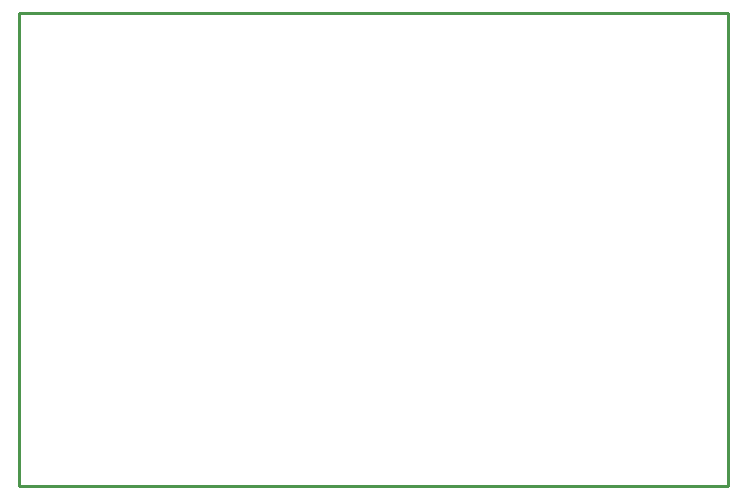
<source format=gbr>
G04 #@! TF.GenerationSoftware,KiCad,Pcbnew,9.0.1*
G04 #@! TF.CreationDate,2025-05-07T17:10:42-04:00*
G04 #@! TF.ProjectId,matrix-protoboard_14x20,6d617472-6978-42d7-9072-6f746f626f61,rev?*
G04 #@! TF.SameCoordinates,Original*
G04 #@! TF.FileFunction,Profile,NP*
%FSLAX46Y46*%
G04 Gerber Fmt 4.6, Leading zero omitted, Abs format (unit mm)*
G04 Created by KiCad (PCBNEW 9.0.1) date 2025-05-07 17:10:42*
%MOMM*%
%LPD*%
G01*
G04 APERTURE LIST*
G04 #@! TA.AperFunction,Profile*
%ADD10C,0.254000*%
G04 #@! TD*
G04 APERTURE END LIST*
D10*
X133600000Y-120600000D02*
X193600000Y-120600000D01*
X193600000Y-160600000D01*
X133600000Y-160600000D01*
X133600000Y-120600000D01*
M02*

</source>
